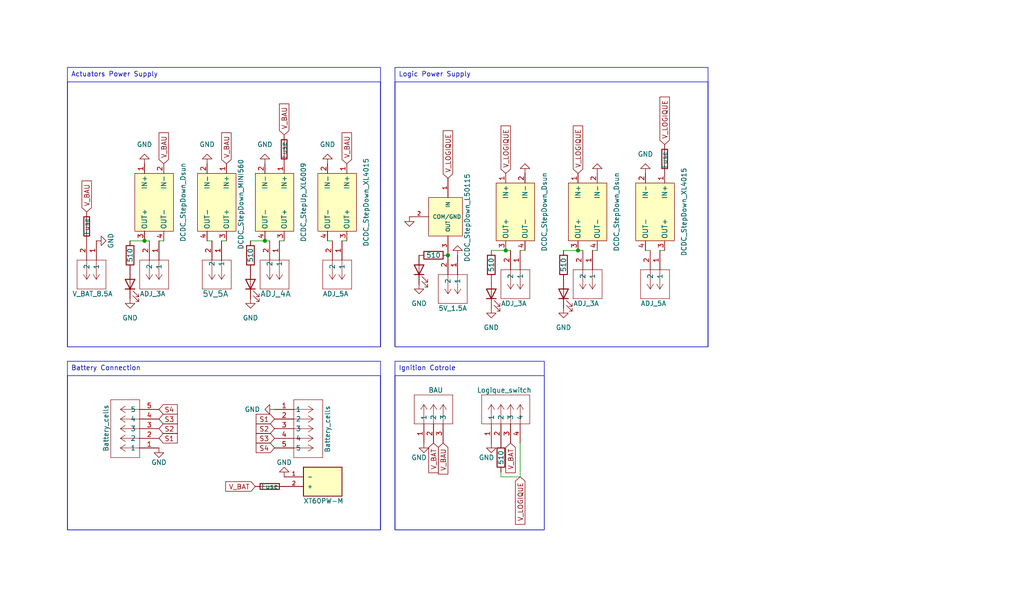
<source format=kicad_sch>
(kicad_sch (version 20230121) (generator eeschema)
  (paper "User" 270.002 159.995)
  (title_block (title "PowerBoard") (date "2024-10-18"))
  (lib_symbols
    (symbol "B3P-VH_LF__SN__1" (pin_names (offset 1.016))
      (property "Reference" "U" (at 6.35 1.27 0))
      (property "Value" "B3P-VH" (at -1.27 -13.97 0))
      (symbol "B3P-VH_LF__SN__1_1_1"
        (polyline (pts (xy 5.08 -10.16) (xy 12.7 -10.16)) (stroke (width 0.127)))
        (polyline (pts (xy 5.08 0) (xy 5.08 -10.16)) (stroke (width 0.127)))
        (polyline (pts (xy 10.16 -7.62) (xy 5.08 -7.62)) (stroke (width 0.127)))
        (polyline (pts (xy 10.16 -7.62) (xy 8.89 -8.4667)) (stroke (width 0.127)))
        (polyline (pts (xy 10.16 -7.62) (xy 8.89 -6.7733)) (stroke (width 0.127)))
        (polyline (pts (xy 10.16 -5.08) (xy 5.08 -5.08)) (stroke (width 0.127)))
        (polyline (pts (xy 10.16 -5.08) (xy 8.89 -5.9267)) (stroke (width 0.127)))
        (polyline (pts (xy 10.16 -5.08) (xy 8.89 -4.2333)) (stroke (width 0.127)))
        (polyline (pts (xy 10.16 -2.54) (xy 5.08 -2.54)) (stroke (width 0.127)))
        (polyline (pts (xy 10.16 -2.54) (xy 8.89 -3.3867)) (stroke (width 0.127)))
        (polyline (pts (xy 10.16 -2.54) (xy 8.89 -1.6933)) (stroke (width 0.127)))
        (polyline (pts (xy 12.7 -10.16) (xy 12.7 0)) (stroke (width 0.127)))
        (polyline (pts (xy 12.7 0) (xy 5.08 0)) (stroke (width 0.127)))
        (pin unspecified line (at 0 -2.54 0) (length 5.08) (name "1") (number "1"))
        (pin unspecified line (at 0 -5.08 0) (length 5.08) (name "2") (number "2"))
        (pin unspecified line (at 0 -7.62 0) (length 5.08) (name "3") (number "3"))
      )
    )
    (symbol "CONN_JST_B2B-PH-K-S:B2B-PH-K-S" (pin_names (offset 1.016))
      (property "Reference" "U" (at 6.35 2.54 0))
      (property "Value" "B2B-PH-K-S" (at 0 -10.16 0))
      (symbol "B2B-PH-K-S_1_1"
        (polyline (pts (xy 5.08 -7.62) (xy 12.7 -7.62)) (stroke (width 0.127)))
        (polyline (pts (xy 5.08 0) (xy 5.08 -7.62)) (stroke (width 0.127)))
        (polyline (pts (xy 10.16 -5.08) (xy 5.08 -5.08)) (stroke (width 0.127)))
        (polyline (pts (xy 10.16 -5.08) (xy 8.89 -5.9267)) (stroke (width 0.127)))
        (polyline (pts (xy 10.16 -5.08) (xy 8.89 -4.2333)) (stroke (width 0.127)))
        (polyline (pts (xy 10.16 -2.54) (xy 5.08 -2.54)) (stroke (width 0.127)))
        (polyline (pts (xy 10.16 -2.54) (xy 8.89 -3.3867)) (stroke (width 0.127)))
        (polyline (pts (xy 10.16 -2.54) (xy 8.89 -1.6933)) (stroke (width 0.127)))
        (polyline (pts (xy 12.7 -7.62) (xy 12.7 0)) (stroke (width 0.127)))
        (polyline (pts (xy 12.7 0) (xy 5.08 0)) (stroke (width 0.127)))
        (pin unspecified line (at 0 -2.54 0) (length 5.08) (name "1") (number "1"))
        (pin unspecified line (at 0 -5.08 0) (length 5.08) (name "2") (number "2"))
      )
    )
    (symbol "CONN_JST_B2B-XH-A:B2B-XH-ALFSN" (pin_names (offset 0.254))
      (property "Reference" "J" (at 8.89 6.35 0))
      (property "Value" "B2B-XH-A" (at 6.35 -6.35 0))
      (symbol "B2B-XH-ALFSN_1_1"
        (polyline (pts (xy 5.08 -5.08) (xy 12.7 -5.08)) (stroke (width 0.127)))
        (polyline (pts (xy 5.08 2.54) (xy 5.08 -5.08)) (stroke (width 0.127)))
        (polyline (pts (xy 10.16 -2.54) (xy 5.08 -2.54)) (stroke (width 0.127)))
        (polyline (pts (xy 10.16 -2.54) (xy 8.89 -3.3867)) (stroke (width 0.127)))
        (polyline (pts (xy 10.16 -2.54) (xy 8.89 -1.6933)) (stroke (width 0.127)))
        (polyline (pts (xy 10.16 0) (xy 5.08 0)) (stroke (width 0.127)))
        (polyline (pts (xy 10.16 0) (xy 8.89 -0.8467)) (stroke (width 0.127)))
        (polyline (pts (xy 10.16 0) (xy 8.89 0.8467)) (stroke (width 0.127)))
        (polyline (pts (xy 12.7 -5.08) (xy 12.7 2.54)) (stroke (width 0.127)))
        (polyline (pts (xy 12.7 2.54) (xy 5.08 2.54)) (stroke (width 0.127)))
        (pin unspecified line (at 0 0 0) (length 5.08) (name "1") (number "1"))
        (pin unspecified line (at 0 -2.54 0) (length 5.08) (name "2") (number "2"))
      )
      (symbol "B2B-XH-ALFSN_1_2"
        (polyline (pts (xy 5.08 -5.08) (xy 12.7 -5.08)) (stroke (width 0.127)))
        (polyline (pts (xy 5.08 2.54) (xy 5.08 -5.08)) (stroke (width 0.127)))
        (polyline (pts (xy 7.62 -2.54) (xy 5.08 -2.54)) (stroke (width 0.127)))
        (polyline (pts (xy 7.62 -2.54) (xy 8.89 -3.3867)) (stroke (width 0.127)))
        (polyline (pts (xy 7.62 -2.54) (xy 8.89 -1.6933)) (stroke (width 0.127)))
        (polyline (pts (xy 7.62 0) (xy 5.08 0)) (stroke (width 0.127)))
        (polyline (pts (xy 7.62 0) (xy 8.89 -0.8467)) (stroke (width 0.127)))
        (polyline (pts (xy 7.62 0) (xy 8.89 0.8467)) (stroke (width 0.127)))
        (polyline (pts (xy 12.7 -5.08) (xy 12.7 2.54)) (stroke (width 0.127)))
        (polyline (pts (xy 12.7 2.54) (xy 5.08 2.54)) (stroke (width 0.127)))
        (pin unspecified line (at 0 0 0) (length 5.08) (name "1") (number "1"))
        (pin unspecified line (at 0 -2.54 0) (length 5.08) (name "2") (number "2"))
      )
    )
    (symbol "CONN_JST_B2P-VH:B2P-VH_LF__SN_" (pin_names (offset 1.016))
      (property "Reference" "U" (at 6.35 2.54 0))
      (property "Value" "B2P-VH" (at 0 -10.16 0))
      (symbol "B2P-VH_LF__SN__1_1"
        (polyline (pts (xy 5.08 -7.62) (xy 12.7 -7.62)) (stroke (width 0.127)))
        (polyline (pts (xy 5.08 0) (xy 5.08 -7.62)) (stroke (width 0.127)))
        (polyline (pts (xy 10.16 -5.08) (xy 5.08 -5.08)) (stroke (width 0.127)))
        (polyline (pts (xy 10.16 -5.08) (xy 8.89 -5.9267)) (stroke (width 0.127)))
        (polyline (pts (xy 10.16 -5.08) (xy 8.89 -4.2333)) (stroke (width 0.127)))
        (polyline (pts (xy 10.16 -2.54) (xy 5.08 -2.54)) (stroke (width 0.127)))
        (polyline (pts (xy 10.16 -2.54) (xy 8.89 -3.3867)) (stroke (width 0.127)))
        (polyline (pts (xy 10.16 -2.54) (xy 8.89 -1.6933)) (stroke (width 0.127)))
        (polyline (pts (xy 12.7 -7.62) (xy 12.7 0)) (stroke (width 0.127)))
        (polyline (pts (xy 12.7 0) (xy 5.08 0)) (stroke (width 0.127)))
        (pin unspecified line (at 0 -2.54 0) (length 5.08) (name "1") (number "1"))
        (pin unspecified line (at 0 -5.08 0) (length 5.08) (name "2") (number "2"))
      )
    )
    (symbol "CONN_JST_B4P-VH:B4P-VH_LF__SN_" (pin_names (offset 1.016))
      (property "Reference" "J" (at -5.083 5.852 0))
      (property "Value" "B4P-VH_LF__SN_" (at -2.54 -15.24 0))
      (symbol "B4P-VH_LF__SN__1_1"
        (polyline (pts (xy 5.08 -12.7) (xy 12.7 -12.7)) (stroke (width 0.127)))
        (polyline (pts (xy 5.08 0) (xy 5.08 -12.7)) (stroke (width 0.127)))
        (polyline (pts (xy 10.16 -10.16) (xy 5.08 -10.16)) (stroke (width 0.127)))
        (polyline (pts (xy 10.16 -10.16) (xy 8.89 -11.0067)) (stroke (width 0.127)))
        (polyline (pts (xy 10.16 -10.16) (xy 8.89 -9.3133)) (stroke (width 0.127)))
        (polyline (pts (xy 10.16 -7.62) (xy 5.08 -7.62)) (stroke (width 0.127)))
        (polyline (pts (xy 10.16 -7.62) (xy 8.89 -8.4667)) (stroke (width 0.127)))
        (polyline (pts (xy 10.16 -7.62) (xy 8.89 -6.7733)) (stroke (width 0.127)))
        (polyline (pts (xy 10.16 -5.08) (xy 5.08 -5.08)) (stroke (width 0.127)))
        (polyline (pts (xy 10.16 -5.08) (xy 8.89 -5.9267)) (stroke (width 0.127)))
        (polyline (pts (xy 10.16 -5.08) (xy 8.89 -4.2333)) (stroke (width 0.127)))
        (polyline (pts (xy 10.16 -2.54) (xy 5.08 -2.54)) (stroke (width 0.127)))
        (polyline (pts (xy 10.16 -2.54) (xy 8.89 -3.3867)) (stroke (width 0.127)))
        (polyline (pts (xy 10.16 -2.54) (xy 8.89 -1.6933)) (stroke (width 0.127)))
        (polyline (pts (xy 12.7 -12.7) (xy 12.7 0)) (stroke (width 0.127)))
        (polyline (pts (xy 12.7 0) (xy 5.08 0)) (stroke (width 0.127)))
        (pin unspecified line (at 0 -2.54 0) (length 5.08) (name "1") (number "1"))
        (pin unspecified line (at 0 -5.08 0) (length 5.08) (name "2") (number "2"))
        (pin unspecified line (at 0 -7.62 0) (length 5.08) (name "3") (number "3"))
        (pin unspecified line (at 0 -10.16 0) (length 5.08) (name "4") (number "4"))
      )
    )
    (symbol "CONN_JST_B5B-PH-K-S:B5B-PH-K-S_LF__SN_" (pin_names (offset 1.016))
      (property "Reference" "J" (at 7.62 1.27 0))
      (property "Value" "B5B-PH-K-S" (at -5.08 -19.05 0))
      (symbol "B5B-PH-K-S_LF__SN__1_1"
        (polyline (pts (xy 5.08 -15.24) (xy 12.7 -15.24)) (stroke (width 0.127)))
        (polyline (pts (xy 5.08 0) (xy 5.08 -15.24)) (stroke (width 0.127)))
        (polyline (pts (xy 10.16 -12.7) (xy 5.08 -12.7)) (stroke (width 0.127)))
        (polyline (pts (xy 10.16 -12.7) (xy 8.89 -13.5467)) (stroke (width 0.127)))
        (polyline (pts (xy 10.16 -12.7) (xy 8.89 -11.8533)) (stroke (width 0.127)))
        (polyline (pts (xy 10.16 -10.16) (xy 5.08 -10.16)) (stroke (width 0.127)))
        (polyline (pts (xy 10.16 -10.16) (xy 8.89 -11.0067)) (stroke (width 0.127)))
        (polyline (pts (xy 10.16 -10.16) (xy 8.89 -9.3133)) (stroke (width 0.127)))
        (polyline (pts (xy 10.16 -7.62) (xy 5.08 -7.62)) (stroke (width 0.127)))
        (polyline (pts (xy 10.16 -7.62) (xy 8.89 -8.4667)) (stroke (width 0.127)))
        (polyline (pts (xy 10.16 -7.62) (xy 8.89 -6.7733)) (stroke (width 0.127)))
        (polyline (pts (xy 10.16 -5.08) (xy 5.08 -5.08)) (stroke (width 0.127)))
        (polyline (pts (xy 10.16 -5.08) (xy 8.89 -5.9267)) (stroke (width 0.127)))
        (polyline (pts (xy 10.16 -5.08) (xy 8.89 -4.2333)) (stroke (width 0.127)))
        (polyline (pts (xy 10.16 -2.54) (xy 5.08 -2.54)) (stroke (width 0.127)))
        (polyline (pts (xy 10.16 -2.54) (xy 8.89 -3.3867)) (stroke (width 0.127)))
        (polyline (pts (xy 10.16 -2.54) (xy 8.89 -1.6933)) (stroke (width 0.127)))
        (polyline (pts (xy 12.7 -15.24) (xy 12.7 0)) (stroke (width 0.127)))
        (polyline (pts (xy 12.7 0) (xy 5.08 0)) (stroke (width 0.127)))
        (pin unspecified line (at 0 -2.54 0) (length 5.08) (name "1") (number "1"))
        (pin unspecified line (at 0 -5.08 0) (length 5.08) (name "2") (number "2"))
        (pin unspecified line (at 0 -7.62 0) (length 5.08) (name "3") (number "3"))
        (pin unspecified line (at 0 -10.16 0) (length 5.08) (name "4") (number "4"))
        (pin unspecified line (at 0 -12.7 0) (length 5.08) (name "5") (number "5"))
      )
    )
    (symbol "CONN_JST_S5B-XH-A:CONN_JST_S5B-XH-A"
      (property "Reference" "U" (at 0 0 0))
      (property "Value" "CONN_JST_S5B-XH-A" (at 1.27 -17.78 0))
      (symbol "CONN_JST_S5B-XH-A_1_1"
        (polyline (pts (xy 5.08 -15.24) (xy 12.7 -15.24)) (stroke (width 0.127)))
        (polyline (pts (xy 5.08 0) (xy 5.08 -15.24)) (stroke (width 0.127)))
        (polyline (pts (xy 10.16 -12.7) (xy 5.08 -12.7)) (stroke (width 0.127)))
        (polyline (pts (xy 10.16 -12.7) (xy 8.89 -13.5467)) (stroke (width 0.127)))
        (polyline (pts (xy 10.16 -12.7) (xy 8.89 -11.8533)) (stroke (width 0.127)))
        (polyline (pts (xy 10.16 -10.16) (xy 5.08 -10.16)) (stroke (width 0.127)))
        (polyline (pts (xy 10.16 -10.16) (xy 8.89 -11.0067)) (stroke (width 0.127)))
        (polyline (pts (xy 10.16 -10.16) (xy 8.89 -9.3133)) (stroke (width 0.127)))
        (polyline (pts (xy 10.16 -7.62) (xy 5.08 -7.62)) (stroke (width 0.127)))
        (polyline (pts (xy 10.16 -7.62) (xy 8.89 -8.4667)) (stroke (width 0.127)))
        (polyline (pts (xy 10.16 -7.62) (xy 8.89 -6.7733)) (stroke (width 0.127)))
        (polyline (pts (xy 10.16 -5.08) (xy 5.08 -5.08)) (stroke (width 0.127)))
        (polyline (pts (xy 10.16 -5.08) (xy 8.89 -5.9267)) (stroke (width 0.127)))
        (polyline (pts (xy 10.16 -5.08) (xy 8.89 -4.2333)) (stroke (width 0.127)))
        (polyline (pts (xy 10.16 -2.54) (xy 5.08 -2.54)) (stroke (width 0.127)))
        (polyline (pts (xy 10.16 -2.54) (xy 8.89 -3.3867)) (stroke (width 0.127)))
        (polyline (pts (xy 10.16 -2.54) (xy 8.89 -1.6933)) (stroke (width 0.127)))
        (polyline (pts (xy 12.7 -15.24) (xy 12.7 0)) (stroke (width 0.127)))
        (polyline (pts (xy 12.7 0) (xy 5.08 0)) (stroke (width 0.127)))
        (pin unspecified line (at 0 -2.54 0) (length 5.08) (name "1") (number "1"))
        (pin unspecified line (at 0 -5.08 0) (length 5.08) (name "2") (number "2"))
        (pin unspecified line (at 0 -7.62 0) (length 5.08) (name "3") (number "3"))
        (pin unspecified line (at 0 -10.16 0) (length 5.08) (name "4") (number "4"))
        (pin unspecified line (at 0 -12.7 0) (length 5.08) (name "5") (number "5"))
      )
    )
    (symbol "DCDC_StepDown_Dsun:DCDC_StepDown_Dsun"
      (property "Reference" "U" (at 10.16 -5.08 0))
      (property "Value" "DCDC_StepDown_Dsun" (at 10.16 -11.43 0))
      (symbol "DCDC_StepDown_Dsun_1_1"
        (rectangle (start 2.54 0) (end 17.78 -10.16) (fill (type background)))
        (pin input line (at 0 -7.62 0) (length 2.54) (name "IN+") (number "1"))
        (pin input line (at 0 -2.54 0) (length 2.54) (name "IN-") (number "2"))
        (pin output line (at 20.32 -7.62 180) (length 2.54) (name "OUT+") (number "3"))
        (pin output line (at 20.32 -2.54 180) (length 2.54) (name "OUT-") (number "4"))
      )
    )
    (symbol "DCDC_StepDown_L50115:DCDC_StepDown_L50115" (pin_names (offset 1.016))
      (property "Reference" "PS" (at 3.81 3.81 0))
      (property "Value" "DCDC_StepDown_L50115" (at -7.62 1.27 0))
      (symbol "DCDC_StepDown_L50115_0_0"
        (rectangle (start 0 0) (end 10.16 -8.89) (stroke (width 0.1524)) (fill (type background)))
        (pin input line (at -5.08 -3.81 0) (length 5.08) (name "IN") (number "1"))
        (pin power_in line (at 5.08 -13.97 90) (length 5.08) (name "COM/GND") (number "2"))
        (pin output line (at 15.24 -3.81 180) (length 5.08) (name "OUT") (number "3"))
      )
    )
    (symbol "DCDC_StepDown_MINI560:DCDC_StepDown_MINI560"
      (property "Reference" "U" (at 10.16 -5.08 0))
      (property "Value" "DCDC_StepDown_MINI560" (at 10.16 -12.7 0))
      (symbol "DCDC_StepDown_MINI560_1_1"
        (rectangle (start 2.54 0) (end 17.78 -10.16) (fill (type background)))
        (pin input line (at 0 -2.54 0) (length 2.54) (name "IN+") (number "1"))
        (pin input line (at 0 -7.62 0) (length 2.54) (name "IN-") (number "2"))
        (pin output line (at 20.32 -2.54 180) (length 2.54) (name "OUT+") (number "3"))
        (pin output line (at 20.32 -7.62 180) (length 2.54) (name "OUT-") (number "4"))
      )
    )
    (symbol "DCDC_StepDown_XL4015:DCDC_StepDown_XL4015"
      (property "Reference" "U" (at 7.62 -5.08 0))
      (property "Value" "DCDC_StepDown_XL4015" (at 7.62 -11.43 0))
      (symbol "DCDC_StepDown_XL4015_1_1"
        (rectangle (start 0 0) (end 15.24 -10.16) (fill (type background)))
        (pin input line (at -2.54 -2.54 0) (length 2.54) (name "IN+") (number "1"))
        (pin input line (at -2.54 -7.62 0) (length 2.54) (name "IN-") (number "2"))
        (pin output line (at 17.78 -2.54 180) (length 2.54) (name "OUT+") (number "3"))
        (pin output line (at 17.78 -7.62 180) (length 2.54) (name "OUT-") (number "4"))
      )
    )
    (symbol "DCDC_StepUp_XL6009:DCDC_StepUp_XL6009"
      (property "Reference" "U" (at 7.62 -5.08 0))
      (property "Value" "DCDC_StepUp_XL6009" (at 7.62 -11.43 0))
      (symbol "DCDC_StepUp_XL6009_1_1"
        (rectangle (start 0 0) (end 15.24 -10.16) (fill (type background)))
        (pin input line (at -2.54 -2.54 0) (length 2.54) (name "IN+") (number "1"))
        (pin input line (at -2.54 -7.62 0) (length 2.54) (name "IN-") (number "2"))
        (pin output line (at 17.78 -2.54 180) (length 2.54) (name "OUT+") (number "3"))
        (pin output line (at 17.78 -7.62 180) (length 2.54) (name "OUT-") (number "4"))
      )
    )
    (symbol "Device:Fuse" (pin_numbers hide) (pin_names (offset 0))
      (property "Reference" "F" (at 2.032 0 90))
      (property "Value" "Fuse" (at -1.905 0 90))
      (symbol "Fuse_0_1"
        (rectangle (start -0.762 -2.54) (end 0.762 2.54) (stroke (width 0.254)))
        (polyline (pts (xy 0 2.54) (xy 0 -2.54)))
      )
      (symbol "Fuse_1_1"
        (pin passive line (at 0 3.81 270) (length 1.27) (name "~") (number "1"))
        (pin passive line (at 0 -3.81 90) (length 1.27) (name "~") (number "2"))
      )
    )
    (symbol "Device:LED" (pin_numbers hide) (pin_names (offset 1.016) hide)
      (property "Reference" "D" (at 0 2.54 0))
      (property "Value" "LED" (at 0 -2.54 0))
      (symbol "LED_0_1"
        (polyline (pts (xy -1.27 -1.27) (xy -1.27 1.27)) (stroke (width 0.254)))
        (polyline (pts (xy -1.27 0) (xy 1.27 0)))
        (polyline (pts (xy 1.27 -1.27) (xy 1.27 1.27) (xy -1.27 0) (xy 1.27 -1.27)) (stroke (width 0.254)))
        (polyline (pts (xy -3.048 -0.762) (xy -4.572 -2.286) (xy -3.81 -2.286) (xy -4.572 -2.286) (xy -4.572 -1.524)))
        (polyline (pts (xy -1.778 -0.762) (xy -3.302 -2.286) (xy -2.54 -2.286) (xy -3.302 -2.286) (xy -3.302 -1.524)))
      )
      (symbol "LED_1_1"
        (pin passive line (at -3.81 0 0) (length 2.54) (name "K") (number "1"))
        (pin passive line (at 3.81 0 180) (length 2.54) (name "A") (number "2"))
      )
    )
    (symbol "Device:R" (pin_numbers hide) (pin_names (offset 0))
      (property "Reference" "R" (at 2.032 0 90))
      (property "Value" "R" (at 0 0 90))
      (symbol "R_0_1"
        (rectangle (start -1.016 -2.54) (end 1.016 2.54) (stroke (width 0.254)))
      )
      (symbol "R_1_1"
        (pin passive line (at 0 3.81 270) (length 1.27) (name "~") (number "1"))
        (pin passive line (at 0 -3.81 90) (length 1.27) (name "~") (number "2"))
      )
    )
    (symbol "XT60IPW-M:XT60PW-M" (pin_names (offset 1.016))
      (property "Reference" "J" (at -5.08 5.7234 0))
      (property "Value" "XT60PW-M" (at -5.08 -5.0923 0))
      (symbol "XT60PW-M_0_0"
        (rectangle (start -5.08 -2.54) (end 5.08 5.08) (stroke (width 0.254)) (fill (type background)))
      )
      (symbol "XT60PW-M_1_0"
        (pin passive line (at -10.16 2.54 0) (length 5.08) (name "-") (number "1"))
        (pin passive line (at -10.16 0 0) (length 5.08) (name "+") (number "2"))
      )
    )
    (symbol "power:GND" (power) (pin_names (offset 0))
      (property "Value" "GND" (at 0 -3.81 0))
      (symbol "GND_0_1"
        (polyline (pts (xy 0 0) (xy 0 -1.27) (xy 1.27 -1.27) (xy 0 -2.54) (xy -1.27 -1.27) (xy 0 -1.27)))
      )
      (symbol "GND_1_1"
        (pin power_in line (at 0 0 270) (length 0) hide (name "GND") (number "1"))
      )
    )
  )
  (junction (at 118.11 67.31))
  (junction (at 152.4 66.04))
  (junction (at 133.35 66.04))
  (junction (at 38.1 63.5))
  (junction (at 69.85 63.5))
  (wire (pts (xy 170.18 66.04) (xy 171.45 66.04)))
  (wire (pts (xy 137.16 125.73) (xy 137.16 116.84)))
  (wire (pts (xy 148.59 66.04) (xy 152.4 66.04)))
  (wire (pts (xy 152.4 66.04) (xy 153.67 66.04)))
  (wire (pts (xy 132.08 124.46) (xy 132.08 125.73)))
  (wire (pts (xy 86.36 63.5) (xy 87.63 63.5)))
  (wire (pts (xy 90.17 63.5) (xy 91.44 63.5)))
  (wire (pts (xy 132.08 125.73) (xy 137.16 125.73)))
  (wire (pts (xy 58.42 63.5) (xy 59.69 63.5)))
  (wire (pts (xy 34.29 63.5) (xy 38.1 63.5)))
  (wire (pts (xy 156.21 66.04) (xy 157.48 66.04)))
  (wire (pts (xy 66.04 63.5) (xy 69.85 63.5)))
  (wire (pts (xy 41.91 63.5) (xy 43.18 63.5)))
  (wire (pts (xy 137.16 66.04) (xy 138.43 66.04)))
  (wire (pts (xy 133.35 66.04) (xy 134.62 66.04)))
  (wire (pts (xy 129.54 66.04) (xy 133.35 66.04)))
  (wire (pts (xy 38.1 63.5) (xy 39.37 63.5)))
  (wire (pts (xy 73.66 63.5) (xy 74.93 63.5)))
  (wire (pts (xy 69.85 63.5) (xy 71.12 63.5)))
  (wire (pts (xy 173.99 66.04) (xy 175.26 66.04)))
  (wire (pts (xy 54.61 63.5) (xy 55.88 63.5)))
  (rectangle (start 104.14 99.06) (end 143.51 139.7))
  (rectangle (start 17.78 99.06) (end 100.33 139.7))
  (rectangle (start 104.14 21.59) (end 186.69 91.44))
  (rectangle (start 17.78 21.59) (end 100.33 91.44))
  (text_box "Battery Connection" (at 17.78 95.25 0) (size 82.55 44.45) (effects (font (size 1.27 1.27)) (justify left top)))
  (text_box "Logic Power Supply" (at 104.14 17.78 0) (size 82.55 73.66) (effects (font (size 1.27 1.27)) (justify left top)))
  (text_box "Actuators Power Supply" (at 17.78 17.78 0) (size 82.55 73.66) (effects (font (size 1.27 1.27)) (justify left top)))
  (text_box "Ignition Cotrole" (at 104.14 95.25 0) (size 39.37 44.45) (effects (font (size 1.27 1.27)) (justify left top)))
  (global_label "V_LOGIQUE" (shape input) (at 133.35 45.72 90) (property "Intersheetrefs" "${INTERSHEET_REFS}" (effects hide)))
  (global_label "V_BAT" (shape input) (at 114.3 116.84 270) (property "Intersheetrefs" "${INTERSHEET_REFS}" (effects hide)))
  (global_label "V_LOGIQUE" (shape input) (at 137.16 125.73 270) (property "Intersheetrefs" "${INTERSHEET_REFS}" (effects hide)))
  (global_label "S2" (shape input) (at 72.39 113.03 180) (property "Intersheetrefs" "${INTERSHEET_REFS}" (effects hide)))
  (global_label "S1" (shape input) (at 41.91 115.57 0) (property "Intersheetrefs" "${INTERSHEET_REFS}" (effects hide)))
  (global_label "V_BAU" (shape input) (at 74.93 35.56 90) (property "Intersheetrefs" "${INTERSHEET_REFS}" (effects hide)))
  (global_label "V_BAT" (shape input) (at 134.62 116.84 270) (property "Intersheetrefs" "${INTERSHEET_REFS}" (effects hide)))
  (global_label "S4" (shape input) (at 41.91 107.95 0) (property "Intersheetrefs" "${INTERSHEET_REFS}" (effects hide)))
  (global_label "S3" (shape input) (at 72.39 115.57 180) (property "Intersheetrefs" "${INTERSHEET_REFS}" (effects hide)))
  (global_label "S1" (shape input) (at 72.39 110.49 180) (property "Intersheetrefs" "${INTERSHEET_REFS}" (effects hide)))
  (global_label "V_LOGIQUE" (shape input) (at 152.4 45.72 90) (property "Intersheetrefs" "${INTERSHEET_REFS}" (effects hide)))
  (global_label "V_LOGIQUE" (shape input) (at 175.26 38.1 90) (property "Intersheetrefs" "${INTERSHEET_REFS}" (effects hide)))
  (global_label "V_BAU" (shape input) (at 116.84 116.84 270) (property "Intersheetrefs" "${INTERSHEET_REFS}" (effects hide)))
  (global_label "S3" (shape input) (at 41.91 110.49 0) (property "Intersheetrefs" "${INTERSHEET_REFS}" (effects hide)))
  (global_label "V_BAU" (shape input) (at 59.69 43.18 90) (property "Intersheetrefs" "${INTERSHEET_REFS}" (effects hide)))
  (global_label "S2" (shape input) (at 41.91 113.03 0) (property "Intersheetrefs" "${INTERSHEET_REFS}" (effects hide)))
  (global_label "V_LOGIQUE" (shape input) (at 118.11 46.99 90) (property "Intersheetrefs" "${INTERSHEET_REFS}" (effects hide)))
  (global_label "V_BAU" (shape input) (at 91.44 43.18 90) (property "Intersheetrefs" "${INTERSHEET_REFS}" (effects hide)))
  (global_label "V_BAT" (shape input) (at 67.31 128.27 180) (property "Intersheetrefs" "${INTERSHEET_REFS}" (effects hide)))
  (global_label "V_BAU" (shape input) (at 43.18 43.18 90) (property "Intersheetrefs" "${INTERSHEET_REFS}" (effects hide)))
  (global_label "S4" (shape input) (at 72.39 118.11 180) (property "Intersheetrefs" "${INTERSHEET_REFS}" (effects hide)))
  (global_label "V_BAU" (shape input) (at 22.86 55.88 90) (property "Intersheetrefs" "${INTERSHEET_REFS}" (effects hide)))
  (symbol (lib_id "CONN_JST_B2B-PH-K-S:B2B-PH-K-S") (at 44.45 63.5 270) (unit 1)
    (property "Reference" "U18" (effects hide))
    (property "Value" "ADJ_3A" (at 36.83 77.47 90) (effects (justify left)))
    (property "Footprint" "CONN_JST_B2B-PH-K-S:CONN_JST_B2B-PH-K-S" (effects hide))
  )
  (symbol (lib_id "CONN_JST_B2P-VH:B2P-VH_LF__SN_") (at 176.53 66.04 270) (unit 1)
    (property "Reference" "U12" (effects hide))
    (property "Value" "ADJ_5A" (at 168.91 80.01 90) (effects (justify left)))
    (property "Footprint" "CONN_JST_B2P-VH:CONN_JST_B2P-VH" (effects hide))
  )
  (symbol (lib_id "DCDC_StepDown_L50115:DCDC_StepDown_L50115") (at 121.92 52.07 270) (unit 1)
    (property "Reference" "PS1" (effects hide))
    (property "Value" "DCDC_StepDown_L50115" (at 123.19 45.72 0) (effects (justify left)))
    (property "Footprint" "DCDC_StepDown_L50115:DCDC_StepDown_L50115" (effects hide))
  )
  (symbol (lib_id "power:GND") (at 148.59 81.28 0) (unit 1)
    (property "Reference" "#PWR012" (effects hide))
    (property "Value" "GND" (at 148.59 86.36 0))
  )
  (symbol (lib_id "power:GND") (at 41.91 118.11 0) (unit 1)
    (property "Reference" "#PWR017" (effects hide))
    (property "Value" "GND" (at 41.91 121.92 0))
  )
  (symbol (lib_id "Device:LED") (at 34.29 74.93 90) (unit 1)
    (property "Reference" "Switch5" (effects hide))
    (property "Value" "Switch22" (effects hide))
    (property "Footprint" "LED_SMD:LED_0603_1608Metric_Pad1.05x0.95mm_HandSolder" (effects hide))
  )
  (symbol (lib_id "Device:Fuse") (at 71.12 128.27 270) (unit 1)
    (property "Reference" "F8" (effects hide))
    (property "Value" "Fuse" (at 71.12 128.27 90))
    (property "Footprint" "Fuse:Fuseholder_Cylinder-5x20mm_EATON_H15-V-1_Vertical_Closed" (effects hide))
  )
  (symbol (lib_id "power:GND") (at 170.18 45.72 180) (unit 1)
    (property "Reference" "#PWR02" (effects hide))
    (property "Value" "GND" (at 170.18 40.64 0))
  )
  (symbol (lib_id "Device:R") (at 148.59 69.85 0) (unit 1)
    (property "Reference" "R3" (effects hide))
    (property "Value" "510" (at 148.59 69.85 90))
    (property "Footprint" "Resistor_THT:R_Axial_DIN0207_L6.3mm_D2.5mm_P7.62mm_Horizontal" (effects hide))
  )
  (symbol (lib_id "Device:LED") (at 66.04 74.93 90) (unit 1)
    (property "Reference" "Switch2" (effects hide))
    (property "Value" "Switch22" (effects hide))
    (property "Footprint" "LED_SMD:LED_0603_1608Metric_Pad1.05x0.95mm_HandSolder" (effects hide))
  )
  (symbol (lib_id "XT60IPW-M:XT60PW-M") (at 85.09 128.27 0) (unit 1)
    (property "Reference" "J1" (effects hide))
    (property "Value" "XT60PW-M" (at 80.01 132.08 0) (effects (justify left)))
    (property "Footprint" "XT60IPW-M:AMASS_XT60IPW-M_1x03_P7.20mm_Horizontal" (effects hide))
  )
  (symbol (lib_id "power:GND") (at 129.54 116.84 0) (unit 1)
    (property "Reference" "#PWR020" (effects hide))
    (property "Value" "GND" (at 128.27 120.65 0))
  )
  (symbol (lib_id "Device:Fuse") (at 175.26 41.91 180) (unit 1)
    (property "Reference" "F2" (effects hide))
    (property "Value" "Fuse" (at 175.26 44.45 90) (effects (justify right)))
    (property "Footprint" "Fuse:Fuseholder_Cylinder-5x20mm_EATON_H15-V-1_Vertical_Closed" (effects hide))
  )
  (symbol (lib_id "CONN_JST_B4P-VH:B4P-VH_LF__SN_") (at 127 116.84 90) (unit 1)
    (property "Reference" "J2" (effects hide))
    (property "Value" "Logique_switch" (at 125.73 102.87 90) (effects (justify right)))
    (property "Footprint" "CONN_JST_B4P-VH:CONN_JST_B4P-VH" (effects hide))
  )
  (symbol (lib_id "CONN_JST_B2P-VH:B2P-VH_LF__SN_") (at 92.71 63.5 270) (unit 1)
    (property "Reference" "U13" (effects hide))
    (property "Value" "ADJ_5A" (at 85.09 77.47 90) (effects (justify left)))
    (property "Footprint" "CONN_JST_B2P-VH:CONN_JST_B2P-VH" (effects hide))
  )
  (symbol (lib_id "CONN_JST_B2B-PH-K-S:B2B-PH-K-S") (at 158.75 66.04 270) (unit 1)
    (property "Reference" "U16" (effects hide))
    (property "Value" "ADJ_3A" (at 151.13 80.01 90) (effects (justify left)))
    (property "Footprint" "CONN_JST_B2B-PH-K-S:CONN_JST_B2B-PH-K-S" (effects hide))
  )
  (symbol (lib_id "CONN_JST_S5B-XH-A:CONN_JST_S5B-XH-A") (at 72.39 105.41 0) (unit 1)
    (property "Reference" "U7" (effects hide))
    (property "Value" "Battery_cells" (at 86.36 119.38 90) (effects (justify left)))
    (property "Footprint" "CONN_JST_S5B-XH-A:CONN_JST_S5B-XH-A" (effects hide))
  )
  (symbol (lib_id "Device:R") (at 129.54 69.85 0) (unit 1)
    (property "Reference" "R2" (effects hide))
    (property "Value" "510" (at 129.54 69.85 90))
    (property "Footprint" "Resistor_THT:R_Axial_DIN0207_L6.3mm_D2.5mm_P7.62mm_Horizontal" (effects hide))
  )
  (symbol (lib_id "DCDC_StepDown_XL4015:DCDC_StepDown_XL4015") (at 177.8 48.26 270) (unit 1)
    (property "Reference" "U3" (effects hide))
    (property "Value" "DCDC_StepDown_XL4015" (at 180.34 55.88 0))
    (property "Footprint" "DCDC_StepDown_XL4015:DCDC_StepDown_XL4015" (effects hide))
  )
  (symbol (lib_id "DCDC_StepUp_XL6009:DCDC_StepUp_XL6009") (at 77.47 45.72 270) (unit 1)
    (property "Reference" "U4" (effects hide))
    (property "Value" "DCDC_StepUp_XL6009" (at 80.01 53.34 0))
    (property "Footprint" "DCDC_StepUp_XL6009:DCDC_StepUp_XL6009" (effects hide))
  )
  (symbol (lib_id "Device:R") (at 132.08 120.65 0) (unit 1)
    (property "Reference" "R7" (effects hide))
    (property "Value" "510" (at 132.08 120.65 90))
    (property "Footprint" "Resistor_THT:R_Axial_DIN0207_L6.3mm_D2.5mm_P7.62mm_Horizontal" (effects hide))
  )
  (symbol (lib_id "power:GND") (at 69.85 43.18 180) (unit 1)
    (property "Reference" "#PWR07" (effects hide))
    (property "Value" "GND" (at 69.85 38.1 0))
  )
  (symbol (lib_id "Device:R") (at 34.29 67.31 0) (unit 1)
    (property "Reference" "R6" (effects hide))
    (property "Value" "510" (at 34.29 67.31 90))
    (property "Footprint" "Resistor_THT:R_Axial_DIN0207_L6.3mm_D2.5mm_P7.62mm_Horizontal" (effects hide))
  )
  (symbol (lib_id "Device:LED") (at 110.49 71.12 90) (unit 1)
    (property "Reference" "Switch1" (effects hide))
    (property "Value" "Switch22" (effects hide))
    (property "Footprint" "LED_SMD:LED_0603_1608Metric_Pad1.05x0.95mm_HandSolder" (effects hide))
  )
  (symbol (lib_id "Device:R") (at 66.04 67.31 0) (unit 1)
    (property "Reference" "R5" (effects hide))
    (property "Value" "510" (at 66.04 67.31 90))
    (property "Footprint" "Resistor_THT:R_Axial_DIN0207_L6.3mm_D2.5mm_P7.62mm_Horizontal" (effects hide))
  )
  (symbol (lib_id "power:GND") (at 157.48 45.72 180) (unit 1)
    (property "Reference" "#PWR03" (effects hide))
    (property "Value" "GND" (effects hide))
  )
  (symbol (lib_id "DCDC_StepDown_Dsun:DCDC_StepDown_Dsun") (at 45.72 43.18 270) (unit 1)
    (property "Reference" "U14" (effects hide))
    (property "Value" "DCDC_StepDown_Dsun" (at 48.26 53.34 0))
    (property "Footprint" "DCDC_StepDown_Dsun:DCDC_StepDown_Dsun" (effects hide))
  )
  (symbol (lib_id "power:GND") (at 120.65 67.31 180) (unit 1)
    (property "Reference" "#PWR021" (effects hide))
    (property "Value" "GND" (effects hide))
  )
  (symbol (lib_id "DCDC_StepDown_Dsun:DCDC_StepDown_Dsun") (at 140.97 45.72 270) (unit 1)
    (property "Reference" "U9" (effects hide))
    (property "Value" "DCDC_StepDown_Dsun" (at 143.51 55.88 0))
    (property "Footprint" "DCDC_StepDown_Dsun:DCDC_StepDown_Dsun" (effects hide))
  )
  (symbol (lib_id "power:GND") (at 74.93 125.73 180) (unit 1)
    (property "Reference" "#PWR01" (effects hide))
    (property "Value" "GND" (at 74.93 121.92 0))
  )
  (symbol (lib_id "power:GND") (at 129.54 81.28 0) (unit 1)
    (property "Reference" "#PWR011" (effects hide))
    (property "Value" "GND" (at 129.54 86.36 0))
  )
  (symbol (lib_id "DCDC_StepDown_XL4015:DCDC_StepDown_XL4015") (at 93.98 45.72 270) (unit 1)
    (property "Reference" "U10" (effects hide))
    (property "Value" "DCDC_StepDown_XL4015" (at 96.52 53.34 0))
    (property "Footprint" "DCDC_StepDown_XL4015:DCDC_StepDown_XL4015" (effects hide))
  )
  (symbol (lib_id "power:GND") (at 138.43 45.72 180) (unit 1)
    (property "Reference" "#PWR04" (effects hide))
    (property "Value" "GND" (effects hide))
  )
  (symbol (lib_id "Device:Fuse") (at 74.93 39.37 180) (unit 1)
    (property "Reference" "F7" (effects hide))
    (property "Value" "Fuse" (at 74.93 41.91 90) (effects (justify right)))
    (property "Footprint" "Fuse:Fuseholder_Cylinder-5x20mm_EATON_H15-V-1_Vertical_Closed" (effects hide))
  )
  (symbol (lib_id "power:GND") (at 66.04 78.74 0) (unit 1)
    (property "Reference" "#PWR013" (effects hide))
    (property "Value" "GND" (at 66.04 83.82 0))
  )
  (symbol (lib_id "CONN_JST_B2B-PH-K-S:B2B-PH-K-S") (at 123.19 67.31 270) (unit 1)
    (property "Reference" "U15" (effects hide))
    (property "Value" "5V_1.5A" (at 115.57 81.28 90) (effects (justify left)))
    (property "Footprint" "CONN_JST_B2B-PH-K-S:CONN_JST_B2B-PH-K-S" (effects hide))
  )
  (symbol (lib_id "Device:R") (at 114.3 67.31 90) (unit 1)
    (property "Reference" "R1" (effects hide))
    (property "Value" "510" (at 114.3 67.31 90))
    (property "Footprint" "Resistor_THT:R_Axial_DIN0207_L6.3mm_D2.5mm_P7.62mm_Horizontal" (effects hide))
  )
  (symbol (lib_id "DCDC_StepDown_Dsun:DCDC_StepDown_Dsun") (at 160.02 45.72 270) (unit 1)
    (property "Reference" "U1" (effects hide))
    (property "Value" "DCDC_StepDown_Dsun" (at 162.56 55.88 0))
    (property "Footprint" "DCDC_StepDown_Dsun:DCDC_StepDown_Dsun" (effects hide))
  )
  (symbol (lib_id "DCDC_StepDown_MINI560:DCDC_StepDown_MINI560") (at 62.23 43.18 270) (unit 1)
    (property "Reference" "U11" (effects hide))
    (property "Value" "DCDC_StepDown_MINI560" (at 63.5 41.91 0) (effects (justify left)))
    (property "Footprint" "DCDC_StepDown_MINI560:DCDC_StepDown_MINI560" (effects hide))
  )
  (symbol (lib_id "power:GND") (at 25.4 63.5 90) (unit 1)
    (property "Reference" "#PWR018" (effects hide))
    (property "Value" "GND" (at 29.21 63.5 0))
  )
  (symbol (lib_id "power:GND") (at 34.29 78.74 0) (unit 1)
    (property "Reference" "#PWR06" (effects hide))
    (property "Value" "GND" (at 34.29 83.82 0))
  )
  (symbol (lib_id "Device:LED") (at 148.59 77.47 90) (unit 1)
    (property "Reference" "Switch3" (effects hide))
    (property "Value" "Switch22" (effects hide))
    (property "Footprint" "LED_SMD:LED_0603_1608Metric_Pad1.05x0.95mm_HandSolder" (effects hide))
  )
  (symbol (lib_id "power:GND") (at 38.1 43.18 180) (unit 1)
    (property "Reference" "#PWR09" (effects hide))
    (property "Value" "GND" (at 38.1 38.1 0))
  )
  (symbol (lib_id "Device:LED") (at 129.54 77.47 90) (unit 1)
    (property "Reference" "Switch7" (effects hide))
    (property "Value" "Switch22" (effects hide))
    (property "Footprint" "LED_SMD:LED_0603_1608Metric_Pad1.05x0.95mm_HandSolder" (effects hide))
  )
  (symbol (lib_name "B3P-VH_LF__SN__1") (lib_id "CONN_JST_B3P-VH:B3P-VH_LF__SN_") (at 109.22 116.84 90) (unit 1)
    (property "Reference" "U6" (effects hide))
    (property "Value" "BAU" (at 116.84 102.87 90) (effects (justify left)))
    (property "Footprint" "CONN_JST_B3P-VH:CONN_JST_B3P-VH" (effects hide))
  )
  (symbol (lib_id "CONN_JST_B2B-XH-A:B2B-XH-ALFSN") (at 73.66 63.5 270) (unit 1)
    (property "Reference" "J3" (effects hide))
    (property "Value" "ADJ_4A" (at 68.58 77.47 90) (effects (font (size 1.524 1.524)) (justify left)))
    (property "Footprint" "CONN_JST_B2B-XH-A:CONN_JST_B2B-XH-A" (effects hide))
    (property "Datasheet" "B2B-XH-ALFSN" (effects hide))
  )
  (symbol (lib_id "power:GND") (at 110.49 74.93 0) (unit 1)
    (property "Reference" "#PWR010" (effects hide))
    (property "Value" "GND" (at 110.49 80.01 0))
  )
  (symbol (lib_id "CONN_JST_B2P-VH:B2P-VH_LF__SN_") (at 27.94 63.5 270) (unit 1)
    (property "Reference" "U8" (effects hide))
    (property "Value" "V_BAT_8.5A" (at 19.05 77.47 90) (effects (justify left)))
    (property "Footprint" "CONN_JST_B2P-VH:CONN_JST_B2P-VH" (effects hide))
  )
  (symbol (lib_id "power:GND") (at 107.95 57.15 0) (unit 1)
    (property "Reference" "#PWR015" (effects hide))
    (property "Value" "GND" (effects hide))
  )
  (symbol (lib_id "CONN_JST_B5B-PH-K-S:B5B-PH-K-S_LF__SN_") (at 41.91 120.65 180) (unit 1)
    (property "Reference" "J4" (effects hide))
    (property "Value" "Battery_cells" (at 27.94 106.68 90) (effects (justify left)))
    (property "Footprint" "CONN_JST_B5B-PH-K-S:CONN_JST_B5B-PH-K-S" (effects hide))
  )
  (symbol (lib_id "power:GND") (at 54.61 43.18 180) (unit 1)
    (property "Reference" "#PWR08" (effects hide))
    (property "Value" "GND" (at 54.61 38.1 0))
  )
  (symbol (lib_id "power:GND") (at 111.76 116.84 0) (unit 1)
    (property "Reference" "#PWR019" (effects hide))
    (property "Value" "GND" (at 110.49 120.65 0))
  )
  (symbol (lib_id "CONN_JST_B2B-PH-K-S:B2B-PH-K-S") (at 139.7 66.04 270) (unit 1)
    (property "Reference" "U17" (effects hide))
    (property "Value" "ADJ_3A" (at 132.08 80.01 90) (effects (justify left)))
    (property "Footprint" "CONN_JST_B2B-PH-K-S:CONN_JST_B2B-PH-K-S" (effects hide))
  )
  (symbol (lib_id "CONN_JST_B2B-XH-A:B2B-XH-ALFSN") (at 58.42 63.5 270) (unit 1)
    (property "Reference" "J5" (effects hide))
    (property "Value" "5V_5A" (at 53.34 77.47 90) (effects (font (size 1.524 1.524)) (justify left)))
    (property "Footprint" "CONN_JST_B2B-XH-A:CONN_JST_B2B-XH-A" (effects hide))
    (property "Datasheet" "B2B-XH-ALFSN" (effects hide))
  )
  (symbol (lib_id "power:GND") (at 86.36 43.18 180) (unit 1)
    (property "Reference" "#PWR05" (effects hide))
    (property "Value" "GND" (at 86.36 38.1 0))
  )
  (symbol (lib_id "power:GND") (at 72.39 107.95 270) (unit 1)
    (property "Reference" "#PWR016" (effects hide))
    (property "Value" "GND" (at 68.58 107.95 90) (effects (justify right)))
  )
  (symbol (lib_id "Device:Fuse") (at 22.86 59.69 0) (unit 1)
    (property "Reference" "F1" (effects hide))
    (property "Value" "Fuse" (at 22.86 59.69 90))
    (property "Footprint" "Fuse:Fuseholder_Cylinder-5x20mm_EATON_H15-V-1_Vertical_Closed" (effects hide))
  )
)
</source>
